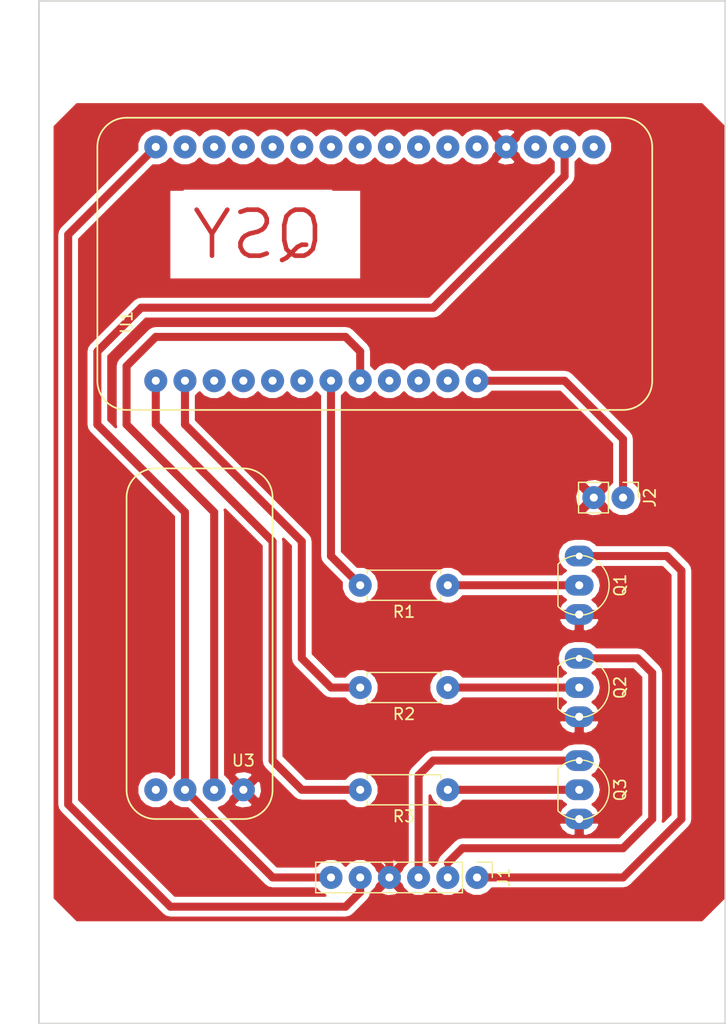
<source format=kicad_pcb>
(kicad_pcb (version 4) (host pcbnew 4.0.2+dfsg1-stable)

  (general
    (links 0)
    (no_connects 0)
    (area 50.945 45.644999 115.645001 134.695001)
    (thickness 1.6)
    (drawings 5)
    (tracks 60)
    (zones 0)
    (modules 10)
    (nets 36)
  )

  (page A4)
  (layers
    (0 F.Cu signal)
    (31 B.Cu signal)
    (32 B.Adhes user)
    (33 F.Adhes user)
    (34 B.Paste user)
    (35 F.Paste user)
    (36 B.SilkS user)
    (37 F.SilkS user)
    (38 B.Mask user)
    (39 F.Mask user)
    (40 Dwgs.User user)
    (41 Cmts.User user)
    (42 Eco1.User user)
    (43 Eco2.User user)
    (44 Edge.Cuts user)
    (45 Margin user)
    (46 B.CrtYd user)
    (47 F.CrtYd user)
    (48 B.Fab user)
    (49 F.Fab user)
  )

  (setup
    (last_trace_width 0.7)
    (trace_clearance 0.2)
    (zone_clearance 0.508)
    (zone_45_only yes)
    (trace_min 0.4)
    (segment_width 0.2)
    (edge_width 0.15)
    (via_size 0.6)
    (via_drill 0.4)
    (via_min_size 0.4)
    (via_min_drill 0.3)
    (uvia_size 0.3)
    (uvia_drill 0.1)
    (uvias_allowed no)
    (uvia_min_size 0.2)
    (uvia_min_drill 0.1)
    (pcb_text_width 0.3)
    (pcb_text_size 1.5 1.5)
    (mod_edge_width 0.15)
    (mod_text_size 1 1)
    (mod_text_width 0.15)
    (pad_size 6 6)
    (pad_drill 2.49936)
    (pad_to_mask_clearance 0.2)
    (aux_axis_origin 85.09 88.9)
    (visible_elements 7FFFEFFF)
    (pcbplotparams
      (layerselection 0x00030_80000001)
      (usegerberextensions false)
      (excludeedgelayer false)
      (linewidth 0.100000)
      (plotframeref false)
      (viasonmask false)
      (mode 1)
      (useauxorigin false)
      (hpglpennumber 1)
      (hpglpenspeed 20)
      (hpglpendiameter 15)
      (hpglpenoverlay 2)
      (psnegative false)
      (psa4output false)
      (plotreference true)
      (plotvalue true)
      (plotinvisibletext false)
      (padsonsilk false)
      (subtractmaskfromsilk false)
      (outputformat 4)
      (mirror false)
      (drillshape 2)
      (scaleselection 1)
      (outputdirectory ""))
  )

  (net 0 "")
  (net 1 "Net-(J1-Pad1)")
  (net 2 "Net-(J1-Pad2)")
  (net 3 "Net-(J1-Pad3)")
  (net 4 GND)
  (net 5 /SW)
  (net 6 +3V3)
  (net 7 "Net-(J2-Pad1)")
  (net 8 "Net-(Q1-Pad1)")
  (net 9 "Net-(Q2-Pad1)")
  (net 10 "Net-(Q3-Pad1)")
  (net 11 "Net-(R1-Pad2)")
  (net 12 "Net-(R2-Pad2)")
  (net 13 "Net-(R3-Pad2)")
  (net 14 "Net-(U1-Pad1)")
  (net 15 "Net-(U1-Pad3)")
  (net 16 "Net-(U1-Pad5)")
  (net 17 "Net-(U1-Pad6)")
  (net 18 "Net-(U1-Pad7)")
  (net 19 "Net-(U1-Pad8)")
  (net 20 "Net-(U1-Pad9)")
  (net 21 "Net-(U1-Pad10)")
  (net 22 "Net-(U1-Pad11)")
  (net 23 "Net-(U1-Pad12)")
  (net 24 "Net-(U1-Pad13)")
  (net 25 "Net-(U1-Pad14)")
  (net 26 "Net-(U1-Pad15)")
  (net 27 "Net-(U1-Pad18)")
  (net 28 "Net-(U1-Pad19)")
  (net 29 "Net-(U1-Pad20)")
  (net 30 /SEN)
  (net 31 "Net-(U1-Pad23)")
  (net 32 "Net-(U1-Pad24)")
  (net 33 "Net-(U1-Pad25)")
  (net 34 "Net-(U3-Pad4)")
  (net 35 "Net-(U1-Pad26)")

  (net_class Default "This is the default net class."
    (clearance 0.2)
    (trace_width 0.7)
    (via_dia 0.6)
    (via_drill 0.4)
    (uvia_dia 0.3)
    (uvia_drill 0.1)
    (add_net +3V3)
    (add_net /SEN)
    (add_net /SW)
    (add_net GND)
    (add_net "Net-(J1-Pad1)")
    (add_net "Net-(J1-Pad2)")
    (add_net "Net-(J1-Pad3)")
    (add_net "Net-(J2-Pad1)")
    (add_net "Net-(Q1-Pad1)")
    (add_net "Net-(Q2-Pad1)")
    (add_net "Net-(Q3-Pad1)")
    (add_net "Net-(R1-Pad2)")
    (add_net "Net-(R2-Pad2)")
    (add_net "Net-(R3-Pad2)")
    (add_net "Net-(U1-Pad1)")
    (add_net "Net-(U1-Pad10)")
    (add_net "Net-(U1-Pad11)")
    (add_net "Net-(U1-Pad12)")
    (add_net "Net-(U1-Pad13)")
    (add_net "Net-(U1-Pad14)")
    (add_net "Net-(U1-Pad15)")
    (add_net "Net-(U1-Pad18)")
    (add_net "Net-(U1-Pad19)")
    (add_net "Net-(U1-Pad20)")
    (add_net "Net-(U1-Pad23)")
    (add_net "Net-(U1-Pad24)")
    (add_net "Net-(U1-Pad25)")
    (add_net "Net-(U1-Pad26)")
    (add_net "Net-(U1-Pad3)")
    (add_net "Net-(U1-Pad5)")
    (add_net "Net-(U1-Pad6)")
    (add_net "Net-(U1-Pad7)")
    (add_net "Net-(U1-Pad8)")
    (add_net "Net-(U1-Pad9)")
    (add_net "Net-(U3-Pad4)")
  )

  (module .pretty:Huzzah_Feather_ESP8266 (layer F.Cu) (tedit 59DFD2D3) (tstamp 59DE4AC8)
    (at 105.41 71.12 270)
    (path /59DD7C11)
    (fp_text reference U1 (at 2.54 43.18 270) (layer F.SilkS)
      (effects (font (size 1 1) (thickness 0.15)))
    )
    (fp_text value Huzzah-Feather (at -2.54 0 270) (layer F.Fab)
      (effects (font (size 1 1) (thickness 0.15)))
    )
    (fp_line (start -12.7 -2.54) (end 7.62 -2.54) (layer F.SilkS) (width 0.15))
    (fp_line (start -15.24 43.18) (end -15.24 0) (layer F.SilkS) (width 0.15))
    (fp_line (start 7.62 45.72) (end -12.7 45.72) (layer F.SilkS) (width 0.15))
    (fp_line (start 10.16 0) (end 10.16 43.18) (layer F.SilkS) (width 0.15))
    (fp_arc (start 7.62 43.18) (end 10.16 43.18) (angle 90) (layer F.SilkS) (width 0.15))
    (fp_arc (start -12.7 43.18) (end -12.7 45.72) (angle 90) (layer F.SilkS) (width 0.15))
    (fp_arc (start 7.62 0) (end 7.62 -2.54) (angle 90) (layer F.SilkS) (width 0.15))
    (fp_arc (start -12.7 0) (end -15.24 0) (angle 90) (layer F.SilkS) (width 0.15))
    (pad 1 thru_hole circle (at -12.7 2.54 270) (size 2 2) (drill 0.7) (layers *.Cu *.Mask)
      (net 14 "Net-(U1-Pad1)"))
    (pad 2 thru_hole circle (at -12.7 5.08 270) (size 2 2) (drill 0.7) (layers *.Cu *.Mask)
      (net 6 +3V3))
    (pad 3 thru_hole circle (at -12.7 7.62 270) (size 2 2) (drill 0.7) (layers *.Cu *.Mask)
      (net 15 "Net-(U1-Pad3)"))
    (pad 4 thru_hole circle (at -12.7 10.16 270) (size 2 2) (drill 0.7) (layers *.Cu *.Mask)
      (net 4 GND))
    (pad 5 thru_hole circle (at -12.7 12.7 270) (size 2 2) (drill 0.762) (layers *.Cu *.Mask)
      (net 16 "Net-(U1-Pad5)"))
    (pad 6 thru_hole circle (at -12.7 15.24 270) (size 2 2) (drill 0.7) (layers *.Cu *.Mask)
      (net 17 "Net-(U1-Pad6)"))
    (pad 7 thru_hole circle (at -12.7 17.78 270) (size 2 2) (drill 0.7) (layers *.Cu *.Mask)
      (net 18 "Net-(U1-Pad7)"))
    (pad 8 thru_hole circle (at -12.7 20.32 270) (size 2 2) (drill 0.7) (layers *.Cu *.Mask)
      (net 19 "Net-(U1-Pad8)"))
    (pad 9 thru_hole circle (at -12.7 22.86 270) (size 2 2) (drill 0.7) (layers *.Cu *.Mask)
      (net 20 "Net-(U1-Pad9)"))
    (pad 10 thru_hole circle (at -12.7 25.4 270) (size 2 2) (drill 0.7) (layers *.Cu *.Mask)
      (net 21 "Net-(U1-Pad10)"))
    (pad 11 thru_hole circle (at -12.7 27.94 270) (size 2 2) (drill 0.762) (layers *.Cu *.Mask)
      (net 22 "Net-(U1-Pad11)"))
    (pad 12 thru_hole circle (at -12.7 30.48 270) (size 2 2) (drill 0.7) (layers *.Cu *.Mask)
      (net 23 "Net-(U1-Pad12)"))
    (pad 13 thru_hole circle (at -12.7 33.02 270) (size 2 2) (drill 0.7) (layers *.Cu *.Mask)
      (net 24 "Net-(U1-Pad13)"))
    (pad 14 thru_hole circle (at -12.7 35.56 270) (size 2 2) (drill 0.7) (layers *.Cu *.Mask)
      (net 25 "Net-(U1-Pad14)"))
    (pad 15 thru_hole circle (at -12.7 38.1 270) (size 2 2) (drill 0.7) (layers *.Cu *.Mask)
      (net 26 "Net-(U1-Pad15)"))
    (pad 16 thru_hole circle (at -12.7 40.64 270) (size 2 2) (drill 0.7) (layers *.Cu *.Mask)
      (net 5 /SW))
    (pad 17 thru_hole circle (at 7.62 12.7 270) (size 2 2) (drill 0.7) (layers *.Cu *.Mask)
      (net 7 "Net-(J2-Pad1)"))
    (pad 18 thru_hole circle (at 7.62 15.24 270) (size 2 2) (drill 0.7) (layers *.Cu *.Mask)
      (net 27 "Net-(U1-Pad18)"))
    (pad 19 thru_hole circle (at 7.62 17.78 270) (size 2 2) (drill 0.7) (layers *.Cu *.Mask)
      (net 28 "Net-(U1-Pad19)"))
    (pad 20 thru_hole circle (at 7.62 20.32 270) (size 2 2) (drill 0.7) (layers *.Cu *.Mask)
      (net 29 "Net-(U1-Pad20)"))
    (pad 21 thru_hole circle (at 7.62 22.86 270) (size 2 2) (drill 0.7) (layers *.Cu *.Mask)
      (net 30 /SEN))
    (pad 22 thru_hole circle (at 7.62 25.4 270) (size 2 2) (drill 0.7) (layers *.Cu *.Mask)
      (net 11 "Net-(R1-Pad2)"))
    (pad 23 thru_hole circle (at 7.62 27.94 270) (size 2 2) (drill 0.7) (layers *.Cu *.Mask)
      (net 31 "Net-(U1-Pad23)"))
    (pad 24 thru_hole circle (at 7.62 30.48 270) (size 2 2) (drill 0.7) (layers *.Cu *.Mask)
      (net 32 "Net-(U1-Pad24)"))
    (pad 25 thru_hole circle (at 7.62 33.02 270) (size 2 2) (drill 0.7) (layers *.Cu *.Mask)
      (net 33 "Net-(U1-Pad25)"))
    (pad 26 thru_hole circle (at 7.62 35.56 270) (size 2 2) (drill 0.7) (layers *.Cu *.Mask)
      (net 35 "Net-(U1-Pad26)"))
    (pad 27 thru_hole circle (at 7.62 38.1 270) (size 2 2) (drill 0.7) (layers *.Cu *.Mask)
      (net 12 "Net-(R2-Pad2)"))
    (pad 28 thru_hole circle (at 7.62 40.64 270) (size 2 2) (drill 0.7) (layers *.Cu *.Mask)
      (net 13 "Net-(R3-Pad2)"))
  )

  (module Resistors_THT:R_Axial_DIN0207_L6.3mm_D2.5mm_P7.62mm_Horizontal (layer F.Cu) (tedit 59DFCF75) (tstamp 59DE4AA2)
    (at 90.17 105.41 180)
    (descr "Resistor, Axial_DIN0207 series, Axial, Horizontal, pin pitch=7.62mm, 0.25W = 1/4W, length*diameter=6.3*2.5mm^2, http://cdn-reichelt.de/documents/datenblatt/B400/1_4W%23YAG.pdf")
    (tags "Resistor Axial_DIN0207 series Axial Horizontal pin pitch 7.62mm 0.25W = 1/4W length 6.3mm diameter 2.5mm")
    (path /59DE208B)
    (fp_text reference R2 (at 3.81 -2.31 180) (layer F.SilkS)
      (effects (font (size 1 1) (thickness 0.15)))
    )
    (fp_text value 33K (at 2.54 0 180) (layer F.Fab)
      (effects (font (size 1 1) (thickness 0.15)))
    )
    (fp_line (start 0.66 -1.25) (end 0.66 1.25) (layer F.Fab) (width 0.1))
    (fp_line (start 0.66 1.25) (end 6.96 1.25) (layer F.Fab) (width 0.1))
    (fp_line (start 6.96 1.25) (end 6.96 -1.25) (layer F.Fab) (width 0.1))
    (fp_line (start 6.96 -1.25) (end 0.66 -1.25) (layer F.Fab) (width 0.1))
    (fp_line (start 0 0) (end 0.66 0) (layer F.Fab) (width 0.1))
    (fp_line (start 7.62 0) (end 6.96 0) (layer F.Fab) (width 0.1))
    (fp_line (start 0.6 -0.98) (end 0.6 -1.31) (layer F.SilkS) (width 0.12))
    (fp_line (start 0.6 -1.31) (end 7.02 -1.31) (layer F.SilkS) (width 0.12))
    (fp_line (start 7.02 -1.31) (end 7.02 -0.98) (layer F.SilkS) (width 0.12))
    (fp_line (start 0.6 0.98) (end 0.6 1.31) (layer F.SilkS) (width 0.12))
    (fp_line (start 0.6 1.31) (end 7.02 1.31) (layer F.SilkS) (width 0.12))
    (fp_line (start 7.02 1.31) (end 7.02 0.98) (layer F.SilkS) (width 0.12))
    (fp_line (start -1.05 -1.6) (end -1.05 1.6) (layer F.CrtYd) (width 0.05))
    (fp_line (start -1.05 1.6) (end 8.7 1.6) (layer F.CrtYd) (width 0.05))
    (fp_line (start 8.7 1.6) (end 8.7 -1.6) (layer F.CrtYd) (width 0.05))
    (fp_line (start 8.7 -1.6) (end -1.05 -1.6) (layer F.CrtYd) (width 0.05))
    (pad 1 thru_hole circle (at 0 0 180) (size 2 2) (drill 0.7) (layers *.Cu *.Mask)
      (net 9 "Net-(Q2-Pad1)"))
    (pad 2 thru_hole circle (at 7.62 0 180) (size 2 2) (drill 0.7) (layers *.Cu *.Mask)
      (net 12 "Net-(R2-Pad2)"))
    (model ${KISYS3DMOD}/Resistors_THT.3dshapes/R_Axial_DIN0207_L6.3mm_D2.5mm_P7.62mm_Horizontal.wrl
      (at (xyz 0 0 0))
      (scale (xyz 0.393701 0.393701 0.393701))
      (rotate (xyz 0 0 0))
    )
  )

  (module Pin_Headers:Pin_Header_Straight_1x06_Pitch2.54mm (layer F.Cu) (tedit 59DFD1AB) (tstamp 59DE4A7B)
    (at 92.71 121.92 270)
    (descr "Through hole straight pin header, 1x06, 2.54mm pitch, single row")
    (tags "Through hole pin header THT 1x06 2.54mm single row")
    (path /59DE5F48)
    (fp_text reference J1 (at 0 -2.33 270) (layer F.SilkS)
      (effects (font (size 1 1) (thickness 0.15)))
    )
    (fp_text value CONN_01X06 (at 2.54 40.64 270) (layer F.Fab)
      (effects (font (size 1 1) (thickness 0.15)))
    )
    (fp_line (start -0.635 -1.27) (end 1.27 -1.27) (layer F.Fab) (width 0.1))
    (fp_line (start 1.27 -1.27) (end 1.27 13.97) (layer F.Fab) (width 0.1))
    (fp_line (start 1.27 13.97) (end -1.27 13.97) (layer F.Fab) (width 0.1))
    (fp_line (start -1.27 13.97) (end -1.27 -0.635) (layer F.Fab) (width 0.1))
    (fp_line (start -1.27 -0.635) (end -0.635 -1.27) (layer F.Fab) (width 0.1))
    (fp_line (start -1.33 14.03) (end 1.33 14.03) (layer F.SilkS) (width 0.12))
    (fp_line (start -1.33 1.27) (end -1.33 14.03) (layer F.SilkS) (width 0.12))
    (fp_line (start 1.33 1.27) (end 1.33 14.03) (layer F.SilkS) (width 0.12))
    (fp_line (start -1.33 1.27) (end 1.33 1.27) (layer F.SilkS) (width 0.12))
    (fp_line (start -1.33 0) (end -1.33 -1.33) (layer F.SilkS) (width 0.12))
    (fp_line (start -1.33 -1.33) (end 0 -1.33) (layer F.SilkS) (width 0.12))
    (fp_line (start -1.8 -1.8) (end -1.8 14.5) (layer F.CrtYd) (width 0.05))
    (fp_line (start -1.8 14.5) (end 1.8 14.5) (layer F.CrtYd) (width 0.05))
    (fp_line (start 1.8 14.5) (end 1.8 -1.8) (layer F.CrtYd) (width 0.05))
    (fp_line (start 1.8 -1.8) (end -1.8 -1.8) (layer F.CrtYd) (width 0.05))
    (fp_text user %R (at 0 6.35 360) (layer F.Fab)
      (effects (font (size 1 1) (thickness 0.15)))
    )
    (pad 1 thru_hole circle (at 0 0 270) (size 2 2) (drill 0.7) (layers *.Cu *.Mask)
      (net 1 "Net-(J1-Pad1)"))
    (pad 2 thru_hole circle (at 0 2.54 270) (size 2 2) (drill 0.7) (layers *.Cu *.Mask)
      (net 2 "Net-(J1-Pad2)"))
    (pad 3 thru_hole circle (at 0 5.08 270) (size 2 2) (drill 0.7) (layers *.Cu *.Mask)
      (net 3 "Net-(J1-Pad3)"))
    (pad 4 thru_hole circle (at 0 7.62 270) (size 2 2) (drill 0.7) (layers *.Cu *.Mask)
      (net 4 GND))
    (pad 5 thru_hole circle (at 0 10.16 270) (size 2 2) (drill 0.7) (layers *.Cu *.Mask)
      (net 5 /SW))
    (pad 6 thru_hole circle (at 0 12.7 270) (size 2 2) (drill 0.7) (layers *.Cu *.Mask)
      (net 6 +3V3))
    (model ${KISYS3DMOD}/Pin_Headers.3dshapes/Pin_Header_Straight_1x06_Pitch2.54mm.wrl
      (at (xyz 0 0 0))
      (scale (xyz 1 1 1))
      (rotate (xyz 0 0 0))
    )
  )

  (module Pin_Headers:Pin_Header_Straight_1x02_Pitch2.54mm (layer F.Cu) (tedit 59DFCFC9) (tstamp 59DE4A81)
    (at 105.41 88.9 270)
    (descr "Through hole straight pin header, 1x02, 2.54mm pitch, single row")
    (tags "Through hole pin header THT 1x02 2.54mm single row")
    (path /59DE74A7)
    (fp_text reference J2 (at 0 -2.33 270) (layer F.SilkS)
      (effects (font (size 1 1) (thickness 0.15)))
    )
    (fp_text value CONN_01X02 (at 0 -5.08 270) (layer F.Fab)
      (effects (font (size 1 1) (thickness 0.15)))
    )
    (fp_line (start -0.635 -1.27) (end 1.27 -1.27) (layer F.Fab) (width 0.1))
    (fp_line (start 1.27 -1.27) (end 1.27 3.81) (layer F.Fab) (width 0.1))
    (fp_line (start 1.27 3.81) (end -1.27 3.81) (layer F.Fab) (width 0.1))
    (fp_line (start -1.27 3.81) (end -1.27 -0.635) (layer F.Fab) (width 0.1))
    (fp_line (start -1.27 -0.635) (end -0.635 -1.27) (layer F.Fab) (width 0.1))
    (fp_line (start -1.33 3.87) (end 1.33 3.87) (layer F.SilkS) (width 0.12))
    (fp_line (start -1.33 1.27) (end -1.33 3.87) (layer F.SilkS) (width 0.12))
    (fp_line (start 1.33 1.27) (end 1.33 3.87) (layer F.SilkS) (width 0.12))
    (fp_line (start -1.33 1.27) (end 1.33 1.27) (layer F.SilkS) (width 0.12))
    (fp_line (start -1.33 0) (end -1.33 -1.33) (layer F.SilkS) (width 0.12))
    (fp_line (start -1.33 -1.33) (end 0 -1.33) (layer F.SilkS) (width 0.12))
    (fp_line (start -1.8 -1.8) (end -1.8 4.35) (layer F.CrtYd) (width 0.05))
    (fp_line (start -1.8 4.35) (end 1.8 4.35) (layer F.CrtYd) (width 0.05))
    (fp_line (start 1.8 4.35) (end 1.8 -1.8) (layer F.CrtYd) (width 0.05))
    (fp_line (start 1.8 -1.8) (end -1.8 -1.8) (layer F.CrtYd) (width 0.05))
    (fp_text user %R (at 0 1.27 360) (layer F.Fab)
      (effects (font (size 1 1) (thickness 0.15)))
    )
    (pad 1 thru_hole circle (at 0 0 270) (size 2 2) (drill 0.7) (layers *.Cu *.Mask)
      (net 7 "Net-(J2-Pad1)"))
    (pad 2 thru_hole circle (at 0 2.54 270) (size 2 2) (drill 0.7) (layers *.Cu *.Mask)
      (net 4 GND))
    (model ${KISYS3DMOD}/Pin_Headers.3dshapes/Pin_Header_Straight_1x02_Pitch2.54mm.wrl
      (at (xyz 0 0 0))
      (scale (xyz 1 1 1))
      (rotate (xyz 0 0 0))
    )
  )

  (module Resistors_THT:R_Axial_DIN0207_L6.3mm_D2.5mm_P7.62mm_Horizontal (layer F.Cu) (tedit 59DFD079) (tstamp 59DE4A9C)
    (at 90.17 96.52 180)
    (descr "Resistor, Axial_DIN0207 series, Axial, Horizontal, pin pitch=7.62mm, 0.25W = 1/4W, length*diameter=6.3*2.5mm^2, http://cdn-reichelt.de/documents/datenblatt/B400/1_4W%23YAG.pdf")
    (tags "Resistor Axial_DIN0207 series Axial Horizontal pin pitch 7.62mm 0.25W = 1/4W length 6.3mm diameter 2.5mm")
    (path /59DE1F2B)
    (fp_text reference R1 (at 3.81 -2.31 180) (layer F.SilkS)
      (effects (font (size 1 1) (thickness 0.15)))
    )
    (fp_text value 33K (at 2.54 0 180) (layer F.Fab)
      (effects (font (size 1 1) (thickness 0.15)))
    )
    (fp_line (start 0.66 -1.25) (end 0.66 1.25) (layer F.Fab) (width 0.1))
    (fp_line (start 0.66 1.25) (end 6.96 1.25) (layer F.Fab) (width 0.1))
    (fp_line (start 6.96 1.25) (end 6.96 -1.25) (layer F.Fab) (width 0.1))
    (fp_line (start 6.96 -1.25) (end 0.66 -1.25) (layer F.Fab) (width 0.1))
    (fp_line (start 0 0) (end 0.66 0) (layer F.Fab) (width 0.1))
    (fp_line (start 7.62 0) (end 6.96 0) (layer F.Fab) (width 0.1))
    (fp_line (start 0.6 -0.98) (end 0.6 -1.31) (layer F.SilkS) (width 0.12))
    (fp_line (start 0.6 -1.31) (end 7.02 -1.31) (layer F.SilkS) (width 0.12))
    (fp_line (start 7.02 -1.31) (end 7.02 -0.98) (layer F.SilkS) (width 0.12))
    (fp_line (start 0.6 0.98) (end 0.6 1.31) (layer F.SilkS) (width 0.12))
    (fp_line (start 0.6 1.31) (end 7.02 1.31) (layer F.SilkS) (width 0.12))
    (fp_line (start 7.02 1.31) (end 7.02 0.98) (layer F.SilkS) (width 0.12))
    (fp_line (start -1.05 -1.6) (end -1.05 1.6) (layer F.CrtYd) (width 0.05))
    (fp_line (start -1.05 1.6) (end 8.7 1.6) (layer F.CrtYd) (width 0.05))
    (fp_line (start 8.7 1.6) (end 8.7 -1.6) (layer F.CrtYd) (width 0.05))
    (fp_line (start 8.7 -1.6) (end -1.05 -1.6) (layer F.CrtYd) (width 0.05))
    (pad 1 thru_hole circle (at 0 0 180) (size 2 2) (drill 0.7) (layers *.Cu *.Mask)
      (net 8 "Net-(Q1-Pad1)"))
    (pad 2 thru_hole circle (at 7.62 0 180) (size 2 2) (drill 0.7) (layers *.Cu *.Mask)
      (net 11 "Net-(R1-Pad2)"))
    (model ${KISYS3DMOD}/Resistors_THT.3dshapes/R_Axial_DIN0207_L6.3mm_D2.5mm_P7.62mm_Horizontal.wrl
      (at (xyz 0 0 0))
      (scale (xyz 0.393701 0.393701 0.393701))
      (rotate (xyz 0 0 0))
    )
  )

  (module Resistors_THT:R_Axial_DIN0207_L6.3mm_D2.5mm_P7.62mm_Horizontal (layer F.Cu) (tedit 59DFCFA2) (tstamp 59DE4AA8)
    (at 90.17 114.3 180)
    (descr "Resistor, Axial_DIN0207 series, Axial, Horizontal, pin pitch=7.62mm, 0.25W = 1/4W, length*diameter=6.3*2.5mm^2, http://cdn-reichelt.de/documents/datenblatt/B400/1_4W%23YAG.pdf")
    (tags "Resistor Axial_DIN0207 series Axial Horizontal pin pitch 7.62mm 0.25W = 1/4W length 6.3mm diameter 2.5mm")
    (path /59DE1FD4)
    (fp_text reference R3 (at 3.81 -2.31 180) (layer F.SilkS)
      (effects (font (size 1 1) (thickness 0.15)))
    )
    (fp_text value 33K (at 2.54 0 180) (layer F.Fab)
      (effects (font (size 1 1) (thickness 0.15)))
    )
    (fp_line (start 0.66 -1.25) (end 0.66 1.25) (layer F.Fab) (width 0.1))
    (fp_line (start 0.66 1.25) (end 6.96 1.25) (layer F.Fab) (width 0.1))
    (fp_line (start 6.96 1.25) (end 6.96 -1.25) (layer F.Fab) (width 0.1))
    (fp_line (start 6.96 -1.25) (end 0.66 -1.25) (layer F.Fab) (width 0.1))
    (fp_line (start 0 0) (end 0.66 0) (layer F.Fab) (width 0.1))
    (fp_line (start 7.62 0) (end 6.96 0) (layer F.Fab) (width 0.1))
    (fp_line (start 0.6 -0.98) (end 0.6 -1.31) (layer F.SilkS) (width 0.12))
    (fp_line (start 0.6 -1.31) (end 7.02 -1.31) (layer F.SilkS) (width 0.12))
    (fp_line (start 7.02 -1.31) (end 7.02 -0.98) (layer F.SilkS) (width 0.12))
    (fp_line (start 0.6 0.98) (end 0.6 1.31) (layer F.SilkS) (width 0.12))
    (fp_line (start 0.6 1.31) (end 7.02 1.31) (layer F.SilkS) (width 0.12))
    (fp_line (start 7.02 1.31) (end 7.02 0.98) (layer F.SilkS) (width 0.12))
    (fp_line (start -1.05 -1.6) (end -1.05 1.6) (layer F.CrtYd) (width 0.05))
    (fp_line (start -1.05 1.6) (end 8.7 1.6) (layer F.CrtYd) (width 0.05))
    (fp_line (start 8.7 1.6) (end 8.7 -1.6) (layer F.CrtYd) (width 0.05))
    (fp_line (start 8.7 -1.6) (end -1.05 -1.6) (layer F.CrtYd) (width 0.05))
    (pad 1 thru_hole circle (at 0 0 180) (size 2 2) (drill 0.7) (layers *.Cu *.Mask)
      (net 10 "Net-(Q3-Pad1)"))
    (pad 2 thru_hole circle (at 7.62 0 180) (size 2 2) (drill 0.7) (layers *.Cu *.Mask)
      (net 13 "Net-(R3-Pad2)"))
    (model ${KISYS3DMOD}/Resistors_THT.3dshapes/R_Axial_DIN0207_L6.3mm_D2.5mm_P7.62mm_Horizontal.wrl
      (at (xyz 0 0 0))
      (scale (xyz 0.393701 0.393701 0.393701))
      (rotate (xyz 0 0 0))
    )
  )

  (module .pretty:TO-92_NPN (layer F.Cu) (tedit 59DFCB08) (tstamp 59DE4A88)
    (at 101.6 95.25 270)
    (descr "TO-92 leads in-line, narrow, oval pads, drill 0.6mm (see NXP sot054_po.pdf)")
    (tags "to-92 sc-43 sc-43a sot54 PA33 transistor")
    (path /59DD7D1D)
    (fp_text reference Q1 (at 1.27 -3.56 270) (layer F.SilkS)
      (effects (font (size 1 1) (thickness 0.15)))
    )
    (fp_text value Q_NPN_BCE (at 10.16 0 270) (layer F.Fab)
      (effects (font (size 1 1) (thickness 0.15)))
    )
    (fp_text user %R (at -2.54 -2.54 270) (layer F.Fab)
      (effects (font (size 1 1) (thickness 0.15)))
    )
    (fp_line (start -0.53 1.85) (end 3.07 1.85) (layer F.SilkS) (width 0.12))
    (fp_line (start -0.5 1.75) (end 3 1.75) (layer F.Fab) (width 0.1))
    (fp_line (start -1.46 -2.73) (end 4 -2.73) (layer F.CrtYd) (width 0.05))
    (fp_line (start -1.46 -2.73) (end -1.46 2.01) (layer F.CrtYd) (width 0.05))
    (fp_line (start 4 2.01) (end 4 -2.73) (layer F.CrtYd) (width 0.05))
    (fp_line (start 4 2.01) (end -1.46 2.01) (layer F.CrtYd) (width 0.05))
    (fp_arc (start 1.27 0) (end 1.27 -2.48) (angle 135) (layer F.Fab) (width 0.1))
    (fp_arc (start 1.27 0) (end 1.27 -2.6) (angle -135) (layer F.SilkS) (width 0.12))
    (fp_arc (start 1.27 0) (end 1.27 -2.48) (angle -135) (layer F.Fab) (width 0.1))
    (fp_arc (start 1.27 0) (end 1.27 -2.6) (angle 135) (layer F.SilkS) (width 0.12))
    (pad 2 thru_hole oval (at -1.27 0 90) (size 1.8 2.5) (drill 0.6) (layers *.Cu *.Mask)
      (net 1 "Net-(J1-Pad1)"))
    (pad 3 thru_hole oval (at 3.81 0 90) (size 1.8 2.5) (drill 0.7) (layers *.Cu *.Mask)
      (net 4 GND))
    (pad 1 thru_hole oval (at 1.27 0 90) (size 1.8 2.5) (drill 0.7) (layers *.Cu *.Mask)
      (net 8 "Net-(Q1-Pad1)"))
    (model ${KISYS3DMOD}/TO_SOT_Packages_THT.3dshapes/TO-92_Inline_Narrow_Oval.wrl
      (at (xyz 0.05 0 0))
      (scale (xyz 1 1 1))
      (rotate (xyz 0 0 -90))
    )
  )

  (module .pretty:TO-92_NPN (layer F.Cu) (tedit 59DFCB08) (tstamp 59DE4A8F)
    (at 101.6 104.14 270)
    (descr "TO-92 leads in-line, narrow, oval pads, drill 0.6mm (see NXP sot054_po.pdf)")
    (tags "to-92 sc-43 sc-43a sot54 PA33 transistor")
    (path /59DD7DAC)
    (fp_text reference Q2 (at 1.27 -3.56 270) (layer F.SilkS)
      (effects (font (size 1 1) (thickness 0.15)))
    )
    (fp_text value Q_NPN_BCE (at 10.16 0 270) (layer F.Fab)
      (effects (font (size 1 1) (thickness 0.15)))
    )
    (fp_text user %R (at -2.54 -2.54 270) (layer F.Fab)
      (effects (font (size 1 1) (thickness 0.15)))
    )
    (fp_line (start -0.53 1.85) (end 3.07 1.85) (layer F.SilkS) (width 0.12))
    (fp_line (start -0.5 1.75) (end 3 1.75) (layer F.Fab) (width 0.1))
    (fp_line (start -1.46 -2.73) (end 4 -2.73) (layer F.CrtYd) (width 0.05))
    (fp_line (start -1.46 -2.73) (end -1.46 2.01) (layer F.CrtYd) (width 0.05))
    (fp_line (start 4 2.01) (end 4 -2.73) (layer F.CrtYd) (width 0.05))
    (fp_line (start 4 2.01) (end -1.46 2.01) (layer F.CrtYd) (width 0.05))
    (fp_arc (start 1.27 0) (end 1.27 -2.48) (angle 135) (layer F.Fab) (width 0.1))
    (fp_arc (start 1.27 0) (end 1.27 -2.6) (angle -135) (layer F.SilkS) (width 0.12))
    (fp_arc (start 1.27 0) (end 1.27 -2.48) (angle -135) (layer F.Fab) (width 0.1))
    (fp_arc (start 1.27 0) (end 1.27 -2.6) (angle 135) (layer F.SilkS) (width 0.12))
    (pad 2 thru_hole oval (at -1.27 0 90) (size 1.8 2.5) (drill 0.6) (layers *.Cu *.Mask)
      (net 2 "Net-(J1-Pad2)"))
    (pad 3 thru_hole oval (at 3.81 0 90) (size 1.8 2.5) (drill 0.7) (layers *.Cu *.Mask)
      (net 4 GND))
    (pad 1 thru_hole oval (at 1.27 0 90) (size 1.8 2.5) (drill 0.7) (layers *.Cu *.Mask)
      (net 9 "Net-(Q2-Pad1)"))
    (model ${KISYS3DMOD}/TO_SOT_Packages_THT.3dshapes/TO-92_Inline_Narrow_Oval.wrl
      (at (xyz 0.05 0 0))
      (scale (xyz 1 1 1))
      (rotate (xyz 0 0 -90))
    )
  )

  (module .pretty:TO-92_NPN (layer F.Cu) (tedit 59DFCB08) (tstamp 59DE4A96)
    (at 101.6 113.03 270)
    (descr "TO-92 leads in-line, narrow, oval pads, drill 0.6mm (see NXP sot054_po.pdf)")
    (tags "to-92 sc-43 sc-43a sot54 PA33 transistor")
    (path /59DD7DF3)
    (fp_text reference Q3 (at 1.27 -3.56 270) (layer F.SilkS)
      (effects (font (size 1 1) (thickness 0.15)))
    )
    (fp_text value Q_NPN_BCE (at 10.16 0 270) (layer F.Fab)
      (effects (font (size 1 1) (thickness 0.15)))
    )
    (fp_text user %R (at -2.54 -2.54 270) (layer F.Fab)
      (effects (font (size 1 1) (thickness 0.15)))
    )
    (fp_line (start -0.53 1.85) (end 3.07 1.85) (layer F.SilkS) (width 0.12))
    (fp_line (start -0.5 1.75) (end 3 1.75) (layer F.Fab) (width 0.1))
    (fp_line (start -1.46 -2.73) (end 4 -2.73) (layer F.CrtYd) (width 0.05))
    (fp_line (start -1.46 -2.73) (end -1.46 2.01) (layer F.CrtYd) (width 0.05))
    (fp_line (start 4 2.01) (end 4 -2.73) (layer F.CrtYd) (width 0.05))
    (fp_line (start 4 2.01) (end -1.46 2.01) (layer F.CrtYd) (width 0.05))
    (fp_arc (start 1.27 0) (end 1.27 -2.48) (angle 135) (layer F.Fab) (width 0.1))
    (fp_arc (start 1.27 0) (end 1.27 -2.6) (angle -135) (layer F.SilkS) (width 0.12))
    (fp_arc (start 1.27 0) (end 1.27 -2.48) (angle -135) (layer F.Fab) (width 0.1))
    (fp_arc (start 1.27 0) (end 1.27 -2.6) (angle 135) (layer F.SilkS) (width 0.12))
    (pad 2 thru_hole oval (at -1.27 0 90) (size 1.8 2.5) (drill 0.6) (layers *.Cu *.Mask)
      (net 3 "Net-(J1-Pad3)"))
    (pad 3 thru_hole oval (at 3.81 0 90) (size 1.8 2.5) (drill 0.7) (layers *.Cu *.Mask)
      (net 4 GND))
    (pad 1 thru_hole oval (at 1.27 0 90) (size 1.8 2.5) (drill 0.7) (layers *.Cu *.Mask)
      (net 10 "Net-(Q3-Pad1)"))
    (model ${KISYS3DMOD}/TO_SOT_Packages_THT.3dshapes/TO-92_Inline_Narrow_Oval.wrl
      (at (xyz 0.05 0 0))
      (scale (xyz 1 1 1))
      (rotate (xyz 0 0 -90))
    )
  )

  (module .pretty:KY-032 (layer F.Cu) (tedit 59DFD172) (tstamp 59DE4AD8)
    (at 67.31 104.14)
    (path /59DEB600)
    (fp_text reference U3 (at 5.08 7.62) (layer F.SilkS)
      (effects (font (size 1 1) (thickness 0.15)))
    )
    (fp_text value KY-032 (at 0 -15.24) (layer F.Fab)
      (effects (font (size 1 1) (thickness 0.15)))
    )
    (fp_line (start -2.54 12.7) (end 5.08 12.7) (layer F.SilkS) (width 0.15))
    (fp_line (start -2.54 -17.78) (end 5.08 -17.78) (layer F.SilkS) (width 0.15))
    (fp_line (start 7.62 10.16) (end 7.62 -15.24) (layer F.SilkS) (width 0.15))
    (fp_line (start -5.08 -15.24) (end -5.08 10.16) (layer F.SilkS) (width 0.15))
    (fp_arc (start 5.08 -15.24) (end 5.08 -17.78) (angle 90) (layer F.SilkS) (width 0.15))
    (fp_arc (start -2.54 -15.24) (end -5.08 -15.24) (angle 90) (layer F.SilkS) (width 0.15))
    (fp_arc (start 5.08 10.16) (end 7.62 10.16) (angle 90) (layer F.SilkS) (width 0.15))
    (fp_arc (start -2.54 10.16) (end -2.54 12.7) (angle 90) (layer F.SilkS) (width 0.15))
    (pad 1 thru_hole circle (at 5.08 10.16) (size 2 2) (drill 0.7) (layers *.Cu *.Mask)
      (net 4 GND))
    (pad 2 thru_hole circle (at 0 10.16) (size 2 2) (drill 0.7) (layers *.Cu *.Mask)
      (net 6 +3V3))
    (pad 3 thru_hole circle (at 2.54 10.16) (size 2 2) (drill 0.7) (layers *.Cu *.Mask)
      (net 30 /SEN))
    (pad 4 thru_hole circle (at -2.54 10.16) (size 2 2) (drill 0.7) (layers *.Cu *.Mask)
      (net 34 "Net-(U3-Pad4)"))
  )

  (gr_text QSY (at 73.66 66.04) (layer F.Cu)
    (effects (font (size 4 4) (thickness 0.4)) (justify mirror))
  )
  (gr_line (start 54.61 134.62) (end 54.61 45.72) (angle 90) (layer Edge.Cuts) (width 0.15))
  (gr_line (start 114.3 134.62) (end 54.61 134.62) (angle 90) (layer Edge.Cuts) (width 0.15))
  (gr_line (start 114.3 45.72) (end 114.3 134.62) (angle 90) (layer Edge.Cuts) (width 0.15))
  (gr_line (start 114.3 45.72) (end 54.61 45.72) (angle 90) (layer Edge.Cuts) (width 0.15))

  (segment (start 109.22 93.98) (end 101.6 93.98) (width 0.7) (layer F.Cu) (net 1))
  (segment (start 110.49 95.25) (end 109.22 93.98) (width 0.7) (layer F.Cu) (net 1))
  (segment (start 110.49 116.84) (end 110.49 95.25) (width 0.7) (layer F.Cu) (net 1))
  (segment (start 92.71 121.92) (end 105.41 121.92) (width 0.7) (layer F.Cu) (net 1))
  (segment (start 105.41 121.92) (end 110.49 116.84) (width 0.7) (layer F.Cu) (net 1) (tstamp 59DE59BB))
  (segment (start 107.95 104.14) (end 106.68 102.87) (width 0.7) (layer F.Cu) (net 2))
  (segment (start 106.68 102.87) (end 101.6 102.87) (width 0.7) (layer F.Cu) (net 2))
  (segment (start 107.95 116.84) (end 107.95 104.14) (width 0.7) (layer F.Cu) (net 2))
  (segment (start 90.17 120.65) (end 90.17 121.92) (width 0.5) (layer F.Cu) (net 2))
  (segment (start 91.44 119.38) (end 90.17 120.65) (width 0.7) (layer F.Cu) (net 2))
  (segment (start 105.41 119.38) (end 91.44 119.38) (width 0.7) (layer F.Cu) (net 2))
  (segment (start 107.95 116.84) (end 105.41 119.38) (width 0.7) (layer F.Cu) (net 2) (tstamp 59DE59A7))
  (segment (start 87.63 121.92) (end 87.63 113.03) (width 0.7) (layer F.Cu) (net 3))
  (segment (start 87.63 113.03) (end 88.9 111.76) (width 0.7) (layer F.Cu) (net 3))
  (segment (start 88.9 111.76) (end 101.6 111.76) (width 0.7) (layer F.Cu) (net 3))
  (segment (start 85.09 120.65) (end 85.09 121.92) (width 0.7) (layer F.Cu) (net 4))
  (segment (start 83.82 119.38) (end 85.09 120.65) (width 0.7) (layer F.Cu) (net 4))
  (segment (start 77.47 119.38) (end 83.82 119.38) (width 0.7) (layer F.Cu) (net 4))
  (segment (start 72.39 114.3) (end 77.47 119.38) (width 0.7) (layer F.Cu) (net 4))
  (segment (start 82.55 123.19) (end 82.55 121.92) (width 0.7) (layer F.Cu) (net 5))
  (segment (start 81.28 124.46) (end 82.55 123.19) (width 0.7) (layer F.Cu) (net 5))
  (segment (start 81.28 124.46) (end 66.04 124.46) (width 0.7) (layer F.Cu) (net 5))
  (segment (start 66.04 124.46) (end 57.15 115.57) (width 0.7) (layer F.Cu) (net 5))
  (segment (start 57.15 115.57) (end 57.15 66.04) (width 0.7) (layer F.Cu) (net 5))
  (segment (start 57.15 66.04) (end 64.77 58.42) (width 0.7) (layer F.Cu) (net 5))
  (segment (start 78.74 121.92) (end 80.01 121.92) (width 0.7) (layer F.Cu) (net 6))
  (segment (start 67.31 114.3) (end 74.93 121.92) (width 0.7) (layer F.Cu) (net 6))
  (segment (start 74.93 121.92) (end 78.74 121.92) (width 0.7) (layer F.Cu) (net 6))
  (segment (start 67.31 114.3) (end 67.31 90.17) (width 0.7) (layer F.Cu) (net 6))
  (segment (start 88.9 72.39) (end 100.33 60.96) (width 0.7) (layer F.Cu) (net 6))
  (segment (start 67.31 90.17) (end 59.69 82.55) (width 0.7) (layer F.Cu) (net 6))
  (segment (start 59.69 82.55) (end 59.69 76.2) (width 0.7) (layer F.Cu) (net 6))
  (segment (start 59.69 76.2) (end 63.5 72.39) (width 0.7) (layer F.Cu) (net 6))
  (segment (start 63.5 72.39) (end 88.9 72.39) (width 0.7) (layer F.Cu) (net 6))
  (segment (start 100.33 60.96) (end 100.33 58.42) (width 0.7) (layer F.Cu) (net 6))
  (segment (start 105.41 88.9) (end 105.41 83.82) (width 0.7) (layer F.Cu) (net 7))
  (segment (start 100.33 78.74) (end 92.71 78.74) (width 0.7) (layer F.Cu) (net 7) (tstamp 59DE5B94))
  (segment (start 105.41 83.82) (end 100.33 78.74) (width 0.7) (layer F.Cu) (net 7) (tstamp 59DE5B90))
  (segment (start 101.6 96.52) (end 90.17 96.52) (width 0.7) (layer F.Cu) (net 8))
  (segment (start 90.17 105.41) (end 101.6 105.41) (width 0.7) (layer F.Cu) (net 9))
  (segment (start 90.17 114.3) (end 101.6 114.3) (width 0.7) (layer F.Cu) (net 10))
  (segment (start 80.01 78.74) (end 80.01 93.98) (width 0.7) (layer F.Cu) (net 11))
  (segment (start 80.01 93.98) (end 82.55 96.52) (width 0.7) (layer F.Cu) (net 11))
  (segment (start 77.47 102.87) (end 80.01 105.41) (width 0.7) (layer F.Cu) (net 12))
  (segment (start 80.01 105.41) (end 82.55 105.41) (width 0.7) (layer F.Cu) (net 12))
  (segment (start 77.47 92.71) (end 77.47 102.87) (width 0.7) (layer F.Cu) (net 12))
  (segment (start 67.31 82.55) (end 77.47 92.71) (width 0.7) (layer F.Cu) (net 12))
  (segment (start 67.31 78.74) (end 67.31 82.55) (width 0.7) (layer F.Cu) (net 12))
  (segment (start 64.77 78.74) (end 64.77 82.55) (width 0.7) (layer F.Cu) (net 13))
  (segment (start 64.77 82.55) (end 74.93 92.71) (width 0.7) (layer F.Cu) (net 13))
  (segment (start 74.93 92.71) (end 74.93 111.76) (width 0.7) (layer F.Cu) (net 13))
  (segment (start 74.93 111.76) (end 77.47 114.3) (width 0.7) (layer F.Cu) (net 13))
  (segment (start 77.47 114.3) (end 82.55 114.3) (width 0.7) (layer F.Cu) (net 13))
  (segment (start 69.85 114.3) (end 69.85 90.17) (width 0.7) (layer F.Cu) (net 30))
  (segment (start 82.55 78.74) (end 82.55 76.2) (width 0.7) (layer F.Cu) (net 30))
  (segment (start 81.28 74.93) (end 64.77 74.93) (width 0.7) (layer F.Cu) (net 30))
  (segment (start 82.55 76.2) (end 81.28 74.93) (width 0.7) (layer F.Cu) (net 30))
  (segment (start 64.77 74.93) (end 62.23 77.47) (width 0.7) (layer F.Cu) (net 30))
  (segment (start 62.23 77.47) (end 62.23 82.55) (width 0.7) (layer F.Cu) (net 30))
  (segment (start 62.23 82.55) (end 69.85 90.17) (width 0.7) (layer F.Cu) (net 30))

  (zone (net 4) (net_name GND) (layer F.Cu) (tstamp 0) (hatch edge 0.508)
    (connect_pads (clearance 0.508))
    (min_thickness 0.254)
    (fill yes (arc_segments 16) (thermal_gap 0.508) (thermal_bridge_width 0.8) (smoothing chamfer) (radius 2))
    (polygon
      (pts
        (xy 55.88 125.73) (xy 114.3 125.73) (xy 114.3 54.61) (xy 55.88 54.61)
      )
    )
    (filled_polygon
      (pts
        (xy 114.173 56.662606) (xy 114.173 123.677394) (xy 112.247394 125.603) (xy 57.932606 125.603) (xy 56.007 123.677394)
        (xy 56.007 66.04) (xy 56.165 66.04) (xy 56.165 115.57) (xy 56.239979 115.946943) (xy 56.4535 116.2665)
        (xy 65.3435 125.1565) (xy 65.663057 125.370021) (xy 66.04 125.445) (xy 81.28 125.445) (xy 81.656943 125.370021)
        (xy 81.9765 125.1565) (xy 83.2465 123.8865) (xy 83.460021 123.566943) (xy 83.520867 123.26105) (xy 83.620149 123.161941)
        (xy 84.234139 123.161941) (xy 84.344233 123.410915) (xy 84.97155 123.582818) (xy 85.616899 123.501573) (xy 85.835767 123.410915)
        (xy 85.945861 123.161941) (xy 85.09 122.30608) (xy 84.234139 123.161941) (xy 83.620149 123.161941) (xy 83.935278 122.847363)
        (xy 84.047984 122.575936) (xy 84.70392 121.92) (xy 85.47608 121.92) (xy 86.131911 122.575831) (xy 86.243106 122.844943)
        (xy 86.702637 123.305278) (xy 87.303352 123.554716) (xy 87.953795 123.555284) (xy 88.554943 123.306894) (xy 88.900199 122.962241)
        (xy 89.242637 123.305278) (xy 89.843352 123.554716) (xy 90.493795 123.555284) (xy 91.094943 123.306894) (xy 91.440199 122.962241)
        (xy 91.782637 123.305278) (xy 92.383352 123.554716) (xy 93.033795 123.555284) (xy 93.634943 123.306894) (xy 94.03754 122.905)
        (xy 105.41 122.905) (xy 105.786943 122.830021) (xy 106.1065 122.6165) (xy 111.1865 117.5365) (xy 111.400021 117.216943)
        (xy 111.475 116.84) (xy 111.475 95.25) (xy 111.400021 94.873057) (xy 111.1865 94.5535) (xy 109.9165 93.2835)
        (xy 109.596943 93.069979) (xy 109.22 92.995) (xy 103.139429 92.995) (xy 103.072338 92.894591) (xy 102.574348 92.561845)
        (xy 101.986929 92.445) (xy 101.213071 92.445) (xy 100.625652 92.561845) (xy 100.127662 92.894591) (xy 99.794916 93.392581)
        (xy 99.678071 93.98) (xy 99.794916 94.567419) (xy 100.127662 95.065409) (xy 100.403922 95.25) (xy 100.127662 95.434591)
        (xy 100.060571 95.535) (xy 91.496942 95.535) (xy 91.097363 95.134722) (xy 90.496648 94.885284) (xy 89.846205 94.884716)
        (xy 89.245057 95.133106) (xy 88.784722 95.592637) (xy 88.535284 96.193352) (xy 88.534716 96.843795) (xy 88.783106 97.444943)
        (xy 89.242637 97.905278) (xy 89.843352 98.154716) (xy 90.493795 98.155284) (xy 91.094943 97.906894) (xy 91.49754 97.505)
        (xy 100.060571 97.505) (xy 100.127662 97.605409) (xy 100.406485 97.791712) (xy 100.047896 98.091443) (xy 99.800776 98.554062)
        (xy 99.901099 98.787) (xy 101.327 98.787) (xy 101.327 98.767) (xy 101.873 98.767) (xy 101.873 98.787)
        (xy 103.298901 98.787) (xy 103.399224 98.554062) (xy 103.152104 98.091443) (xy 102.793515 97.791712) (xy 103.072338 97.605409)
        (xy 103.405084 97.107419) (xy 103.521929 96.52) (xy 103.405084 95.932581) (xy 103.072338 95.434591) (xy 102.796078 95.25)
        (xy 103.072338 95.065409) (xy 103.139429 94.965) (xy 108.812 94.965) (xy 109.505 95.658) (xy 109.505 116.432)
        (xy 108.894775 117.042225) (xy 108.935 116.84) (xy 108.935 104.14) (xy 108.860021 103.763057) (xy 108.6465 103.4435)
        (xy 107.3765 102.1735) (xy 107.056943 101.959979) (xy 106.68 101.885) (xy 103.139429 101.885) (xy 103.072338 101.784591)
        (xy 102.574348 101.451845) (xy 101.986929 101.335) (xy 101.213071 101.335) (xy 100.625652 101.451845) (xy 100.127662 101.784591)
        (xy 99.794916 102.282581) (xy 99.678071 102.87) (xy 99.794916 103.457419) (xy 100.127662 103.955409) (xy 100.403922 104.14)
        (xy 100.127662 104.324591) (xy 100.060571 104.425) (xy 91.496942 104.425) (xy 91.097363 104.024722) (xy 90.496648 103.775284)
        (xy 89.846205 103.774716) (xy 89.245057 104.023106) (xy 88.784722 104.482637) (xy 88.535284 105.083352) (xy 88.534716 105.733795)
        (xy 88.783106 106.334943) (xy 89.242637 106.795278) (xy 89.843352 107.044716) (xy 90.493795 107.045284) (xy 91.094943 106.796894)
        (xy 91.49754 106.395) (xy 100.060571 106.395) (xy 100.127662 106.495409) (xy 100.406485 106.681712) (xy 100.047896 106.981443)
        (xy 99.800776 107.444062) (xy 99.901099 107.677) (xy 101.327 107.677) (xy 101.327 107.657) (xy 101.873 107.657)
        (xy 101.873 107.677) (xy 103.298901 107.677) (xy 103.399224 107.444062) (xy 103.152104 106.981443) (xy 102.793515 106.681712)
        (xy 103.072338 106.495409) (xy 103.405084 105.997419) (xy 103.521929 105.41) (xy 103.405084 104.822581) (xy 103.072338 104.324591)
        (xy 102.796078 104.14) (xy 103.072338 103.955409) (xy 103.139429 103.855) (xy 106.272 103.855) (xy 106.965 104.548)
        (xy 106.965 116.432) (xy 105.002 118.395) (xy 91.44 118.395) (xy 91.063057 118.469979) (xy 90.7435 118.6835)
        (xy 89.4735 119.9535) (xy 89.259979 120.273057) (xy 89.199133 120.57895) (xy 88.899801 120.877759) (xy 88.615 120.59246)
        (xy 88.615 117.345938) (xy 99.800776 117.345938) (xy 100.047896 117.808557) (xy 100.510051 118.194855) (xy 101.084857 118.374889)
        (xy 101.327 118.223076) (xy 101.327 117.113) (xy 101.873 117.113) (xy 101.873 118.223076) (xy 102.115143 118.374889)
        (xy 102.689949 118.194855) (xy 103.152104 117.808557) (xy 103.399224 117.345938) (xy 103.298901 117.113) (xy 101.873 117.113)
        (xy 101.327 117.113) (xy 99.901099 117.113) (xy 99.800776 117.345938) (xy 88.615 117.345938) (xy 88.615 114.818097)
        (xy 88.783106 115.224943) (xy 89.242637 115.685278) (xy 89.843352 115.934716) (xy 90.493795 115.935284) (xy 91.094943 115.686894)
        (xy 91.49754 115.285) (xy 100.060571 115.285) (xy 100.127662 115.385409) (xy 100.406485 115.571712) (xy 100.047896 115.871443)
        (xy 99.800776 116.334062) (xy 99.901099 116.567) (xy 101.327 116.567) (xy 101.327 116.547) (xy 101.873 116.547)
        (xy 101.873 116.567) (xy 103.298901 116.567) (xy 103.399224 116.334062) (xy 103.152104 115.871443) (xy 102.793515 115.571712)
        (xy 103.072338 115.385409) (xy 103.405084 114.887419) (xy 103.521929 114.3) (xy 103.405084 113.712581) (xy 103.072338 113.214591)
        (xy 102.796078 113.03) (xy 103.072338 112.845409) (xy 103.405084 112.347419) (xy 103.521929 111.76) (xy 103.405084 111.172581)
        (xy 103.072338 110.674591) (xy 102.574348 110.341845) (xy 101.986929 110.225) (xy 101.213071 110.225) (xy 100.625652 110.341845)
        (xy 100.127662 110.674591) (xy 100.060571 110.775) (xy 88.9 110.775) (xy 88.523057 110.849979) (xy 88.2035 111.0635)
        (xy 86.9335 112.3335) (xy 86.719979 112.653057) (xy 86.645 113.03) (xy 86.645 120.593058) (xy 86.244722 120.992637)
        (xy 86.132016 121.264064) (xy 85.47608 121.92) (xy 84.70392 121.92) (xy 84.048089 121.264169) (xy 83.936894 120.995057)
        (xy 83.62045 120.678059) (xy 84.234139 120.678059) (xy 85.09 121.53392) (xy 85.945861 120.678059) (xy 85.835767 120.429085)
        (xy 85.20845 120.257182) (xy 84.563101 120.338427) (xy 84.344233 120.429085) (xy 84.234139 120.678059) (xy 83.62045 120.678059)
        (xy 83.477363 120.534722) (xy 82.876648 120.285284) (xy 82.226205 120.284716) (xy 81.625057 120.533106) (xy 81.279801 120.877759)
        (xy 80.937363 120.534722) (xy 80.336648 120.285284) (xy 79.686205 120.284716) (xy 79.085057 120.533106) (xy 78.68246 120.935)
        (xy 75.338 120.935) (xy 70.29019 115.88719) (xy 70.774943 115.686894) (xy 70.920149 115.541941) (xy 71.534139 115.541941)
        (xy 71.644233 115.790915) (xy 72.27155 115.962818) (xy 72.916899 115.881573) (xy 73.135767 115.790915) (xy 73.245861 115.541941)
        (xy 72.39 114.68608) (xy 71.534139 115.541941) (xy 70.920149 115.541941) (xy 71.235278 115.227363) (xy 71.347984 114.955936)
        (xy 72.00392 114.3) (xy 72.77608 114.3) (xy 73.631941 115.155861) (xy 73.880915 115.045767) (xy 74.052818 114.41845)
        (xy 73.971573 113.773101) (xy 73.880915 113.554233) (xy 73.631941 113.444139) (xy 72.77608 114.3) (xy 72.00392 114.3)
        (xy 71.348089 113.644169) (xy 71.236894 113.375057) (xy 70.92045 113.058059) (xy 71.534139 113.058059) (xy 72.39 113.91392)
        (xy 73.245861 113.058059) (xy 73.135767 112.809085) (xy 72.50845 112.637182) (xy 71.863101 112.718427) (xy 71.644233 112.809085)
        (xy 71.534139 113.058059) (xy 70.92045 113.058059) (xy 70.835 112.97246) (xy 70.835 90.17) (xy 70.794775 89.967775)
        (xy 73.945 93.118) (xy 73.945 111.76) (xy 74.019979 112.136943) (xy 74.2335 112.4565) (xy 76.7735 114.9965)
        (xy 77.093057 115.210021) (xy 77.47 115.285) (xy 81.223058 115.285) (xy 81.622637 115.685278) (xy 82.223352 115.934716)
        (xy 82.873795 115.935284) (xy 83.474943 115.686894) (xy 83.935278 115.227363) (xy 84.184716 114.626648) (xy 84.185284 113.976205)
        (xy 83.936894 113.375057) (xy 83.477363 112.914722) (xy 82.876648 112.665284) (xy 82.226205 112.664716) (xy 81.625057 112.913106)
        (xy 81.22246 113.315) (xy 77.878 113.315) (xy 75.915 111.352) (xy 75.915 108.455938) (xy 99.800776 108.455938)
        (xy 100.047896 108.918557) (xy 100.510051 109.304855) (xy 101.084857 109.484889) (xy 101.327 109.333076) (xy 101.327 108.223)
        (xy 101.873 108.223) (xy 101.873 109.333076) (xy 102.115143 109.484889) (xy 102.689949 109.304855) (xy 103.152104 108.918557)
        (xy 103.399224 108.455938) (xy 103.298901 108.223) (xy 101.873 108.223) (xy 101.327 108.223) (xy 99.901099 108.223)
        (xy 99.800776 108.455938) (xy 75.915 108.455938) (xy 75.915 92.71) (xy 75.874775 92.507775) (xy 76.485 93.118)
        (xy 76.485 102.87) (xy 76.559979 103.246943) (xy 76.7735 103.5665) (xy 79.3135 106.1065) (xy 79.633057 106.320021)
        (xy 80.01 106.395) (xy 81.223058 106.395) (xy 81.622637 106.795278) (xy 82.223352 107.044716) (xy 82.873795 107.045284)
        (xy 83.474943 106.796894) (xy 83.935278 106.337363) (xy 84.184716 105.736648) (xy 84.185284 105.086205) (xy 83.936894 104.485057)
        (xy 83.477363 104.024722) (xy 82.876648 103.775284) (xy 82.226205 103.774716) (xy 81.625057 104.023106) (xy 81.22246 104.425)
        (xy 80.418 104.425) (xy 78.455 102.462) (xy 78.455 99.565938) (xy 99.800776 99.565938) (xy 100.047896 100.028557)
        (xy 100.510051 100.414855) (xy 101.084857 100.594889) (xy 101.327 100.443076) (xy 101.327 99.333) (xy 101.873 99.333)
        (xy 101.873 100.443076) (xy 102.115143 100.594889) (xy 102.689949 100.414855) (xy 103.152104 100.028557) (xy 103.399224 99.565938)
        (xy 103.298901 99.333) (xy 101.873 99.333) (xy 101.327 99.333) (xy 99.901099 99.333) (xy 99.800776 99.565938)
        (xy 78.455 99.565938) (xy 78.455 92.71) (xy 78.380021 92.333057) (xy 78.1665 92.0135) (xy 68.295 82.142)
        (xy 68.295 80.066942) (xy 68.580199 79.782241) (xy 68.922637 80.125278) (xy 69.523352 80.374716) (xy 70.173795 80.375284)
        (xy 70.774943 80.126894) (xy 71.120199 79.782241) (xy 71.462637 80.125278) (xy 72.063352 80.374716) (xy 72.713795 80.375284)
        (xy 73.314943 80.126894) (xy 73.660199 79.782241) (xy 74.002637 80.125278) (xy 74.603352 80.374716) (xy 75.253795 80.375284)
        (xy 75.854943 80.126894) (xy 76.200199 79.782241) (xy 76.542637 80.125278) (xy 77.143352 80.374716) (xy 77.793795 80.375284)
        (xy 78.394943 80.126894) (xy 78.740199 79.782241) (xy 79.025 80.06754) (xy 79.025 93.98) (xy 79.099979 94.356943)
        (xy 79.3135 94.6765) (xy 80.91521 96.27821) (xy 80.914716 96.843795) (xy 81.163106 97.444943) (xy 81.622637 97.905278)
        (xy 82.223352 98.154716) (xy 82.873795 98.155284) (xy 83.474943 97.906894) (xy 83.935278 97.447363) (xy 84.184716 96.846648)
        (xy 84.185284 96.196205) (xy 83.936894 95.595057) (xy 83.477363 95.134722) (xy 82.876648 94.885284) (xy 82.307787 94.884787)
        (xy 80.995 93.572) (xy 80.995 90.141941) (xy 102.014139 90.141941) (xy 102.124233 90.390915) (xy 102.75155 90.562818)
        (xy 103.396899 90.481573) (xy 103.615767 90.390915) (xy 103.725861 90.141941) (xy 102.87 89.28608) (xy 102.014139 90.141941)
        (xy 80.995 90.141941) (xy 80.995 88.78155) (xy 101.207182 88.78155) (xy 101.288427 89.426899) (xy 101.379085 89.645767)
        (xy 101.628059 89.755861) (xy 102.48392 88.9) (xy 101.628059 88.044139) (xy 101.379085 88.154233) (xy 101.207182 88.78155)
        (xy 80.995 88.78155) (xy 80.995 87.658059) (xy 102.014139 87.658059) (xy 102.87 88.51392) (xy 103.725861 87.658059)
        (xy 103.615767 87.409085) (xy 102.98845 87.237182) (xy 102.343101 87.318427) (xy 102.124233 87.409085) (xy 102.014139 87.658059)
        (xy 80.995 87.658059) (xy 80.995 80.066942) (xy 81.280199 79.782241) (xy 81.622637 80.125278) (xy 82.223352 80.374716)
        (xy 82.873795 80.375284) (xy 83.474943 80.126894) (xy 83.820199 79.782241) (xy 84.162637 80.125278) (xy 84.763352 80.374716)
        (xy 85.413795 80.375284) (xy 86.014943 80.126894) (xy 86.360199 79.782241) (xy 86.702637 80.125278) (xy 87.303352 80.374716)
        (xy 87.953795 80.375284) (xy 88.554943 80.126894) (xy 88.900199 79.782241) (xy 89.242637 80.125278) (xy 89.843352 80.374716)
        (xy 90.493795 80.375284) (xy 91.094943 80.126894) (xy 91.440199 79.782241) (xy 91.782637 80.125278) (xy 92.383352 80.374716)
        (xy 93.033795 80.375284) (xy 93.634943 80.126894) (xy 94.03754 79.725) (xy 99.922 79.725) (xy 104.425 84.228)
        (xy 104.425 87.573058) (xy 104.024722 87.972637) (xy 103.912016 88.244064) (xy 103.25608 88.9) (xy 103.911911 89.555831)
        (xy 104.023106 89.824943) (xy 104.482637 90.285278) (xy 105.083352 90.534716) (xy 105.733795 90.535284) (xy 106.334943 90.286894)
        (xy 106.795278 89.827363) (xy 107.044716 89.226648) (xy 107.045284 88.576205) (xy 106.796894 87.975057) (xy 106.395 87.57246)
        (xy 106.395 83.82) (xy 106.320021 83.443057) (xy 106.1065 83.1235) (xy 101.0265 78.0435) (xy 100.706943 77.829979)
        (xy 100.33 77.755) (xy 94.036942 77.755) (xy 93.637363 77.354722) (xy 93.036648 77.105284) (xy 92.386205 77.104716)
        (xy 91.785057 77.353106) (xy 91.439801 77.697759) (xy 91.097363 77.354722) (xy 90.496648 77.105284) (xy 89.846205 77.104716)
        (xy 89.245057 77.353106) (xy 88.899801 77.697759) (xy 88.557363 77.354722) (xy 87.956648 77.105284) (xy 87.306205 77.104716)
        (xy 86.705057 77.353106) (xy 86.359801 77.697759) (xy 86.017363 77.354722) (xy 85.416648 77.105284) (xy 84.766205 77.104716)
        (xy 84.165057 77.353106) (xy 83.819801 77.697759) (xy 83.535 77.41246) (xy 83.535 76.2) (xy 83.460021 75.823057)
        (xy 83.2465 75.5035) (xy 81.9765 74.2335) (xy 81.656943 74.019979) (xy 81.28 73.945) (xy 64.77 73.945)
        (xy 64.393057 74.019979) (xy 64.0735 74.2335) (xy 61.5335 76.7735) (xy 61.319979 77.093057) (xy 61.245 77.47)
        (xy 61.245 82.55) (xy 61.285225 82.752225) (xy 60.675 82.142) (xy 60.675 76.608) (xy 63.908 73.375)
        (xy 88.9 73.375) (xy 89.276943 73.300021) (xy 89.5965 73.0865) (xy 101.0265 61.6565) (xy 101.240021 61.336943)
        (xy 101.315 60.96) (xy 101.315 59.746942) (xy 101.600199 59.462241) (xy 101.942637 59.805278) (xy 102.543352 60.054716)
        (xy 103.193795 60.055284) (xy 103.794943 59.806894) (xy 104.255278 59.347363) (xy 104.504716 58.746648) (xy 104.505284 58.096205)
        (xy 104.256894 57.495057) (xy 103.797363 57.034722) (xy 103.196648 56.785284) (xy 102.546205 56.784716) (xy 101.945057 57.033106)
        (xy 101.599801 57.377759) (xy 101.257363 57.034722) (xy 100.656648 56.785284) (xy 100.006205 56.784716) (xy 99.405057 57.033106)
        (xy 99.059801 57.377759) (xy 98.717363 57.034722) (xy 98.116648 56.785284) (xy 97.466205 56.784716) (xy 96.865057 57.033106)
        (xy 96.404722 57.492637) (xy 96.292016 57.764064) (xy 95.63608 58.42) (xy 96.291911 59.075831) (xy 96.403106 59.344943)
        (xy 96.862637 59.805278) (xy 97.463352 60.054716) (xy 98.113795 60.055284) (xy 98.714943 59.806894) (xy 99.060199 59.462241)
        (xy 99.345 59.74754) (xy 99.345 60.552) (xy 88.492 71.405) (xy 63.5 71.405) (xy 63.123057 71.479979)
        (xy 62.8035 71.6935) (xy 58.9935 75.5035) (xy 58.779979 75.823057) (xy 58.705 76.2) (xy 58.705 82.55)
        (xy 58.779979 82.926943) (xy 58.9935 83.2465) (xy 66.325 90.578) (xy 66.325 112.973058) (xy 66.039801 113.257759)
        (xy 65.697363 112.914722) (xy 65.096648 112.665284) (xy 64.446205 112.664716) (xy 63.845057 112.913106) (xy 63.384722 113.372637)
        (xy 63.135284 113.973352) (xy 63.134716 114.623795) (xy 63.383106 115.224943) (xy 63.842637 115.685278) (xy 64.443352 115.934716)
        (xy 65.093795 115.935284) (xy 65.694943 115.686894) (xy 66.040199 115.342241) (xy 66.382637 115.685278) (xy 66.983352 115.934716)
        (xy 67.552213 115.935213) (xy 74.2335 122.6165) (xy 74.553057 122.830021) (xy 74.93 122.905) (xy 78.683058 122.905)
        (xy 79.082637 123.305278) (xy 79.491374 123.475) (xy 66.448 123.475) (xy 58.135 115.162) (xy 58.135 66.448)
        (xy 62.353 62.23) (xy 65.913 62.23) (xy 65.913 69.85) (xy 65.921685 69.896159) (xy 65.948965 69.938553)
        (xy 65.99059 69.966994) (xy 66.04 69.977) (xy 82.55 69.977) (xy 82.596159 69.968315) (xy 82.638553 69.941035)
        (xy 82.666994 69.89941) (xy 82.677 69.85) (xy 82.677 62.23) (xy 82.668315 62.183841) (xy 82.641035 62.141447)
        (xy 82.59941 62.113006) (xy 82.55 62.103) (xy 80.209286 62.103) (xy 80.209286 62.005) (xy 67.110715 62.005)
        (xy 67.110715 62.103) (xy 66.04 62.103) (xy 65.993841 62.111685) (xy 65.951447 62.138965) (xy 65.923006 62.18059)
        (xy 65.913 62.23) (xy 62.353 62.23) (xy 64.52821 60.05479) (xy 65.093795 60.055284) (xy 65.694943 59.806894)
        (xy 66.040199 59.462241) (xy 66.382637 59.805278) (xy 66.983352 60.054716) (xy 67.633795 60.055284) (xy 68.234943 59.806894)
        (xy 68.580199 59.462241) (xy 68.922637 59.805278) (xy 69.523352 60.054716) (xy 70.173795 60.055284) (xy 70.774943 59.806894)
        (xy 71.120199 59.462241) (xy 71.462637 59.805278) (xy 72.063352 60.054716) (xy 72.713795 60.055284) (xy 73.314943 59.806894)
        (xy 73.660199 59.462241) (xy 74.002637 59.805278) (xy 74.603352 60.054716) (xy 75.253795 60.055284) (xy 75.854943 59.806894)
        (xy 76.200199 59.462241) (xy 76.542637 59.805278) (xy 77.143352 60.054716) (xy 77.793795 60.055284) (xy 78.394943 59.806894)
        (xy 78.740199 59.462241) (xy 79.082637 59.805278) (xy 79.683352 60.054716) (xy 80.333795 60.055284) (xy 80.934943 59.806894)
        (xy 81.280199 59.462241) (xy 81.622637 59.805278) (xy 82.223352 60.054716) (xy 82.873795 60.055284) (xy 83.474943 59.806894)
        (xy 83.820199 59.462241) (xy 84.162637 59.805278) (xy 84.763352 60.054716) (xy 85.413795 60.055284) (xy 86.014943 59.806894)
        (xy 86.360199 59.462241) (xy 86.702637 59.805278) (xy 87.303352 60.054716) (xy 87.953795 60.055284) (xy 88.554943 59.806894)
        (xy 88.900199 59.462241) (xy 89.242637 59.805278) (xy 89.843352 60.054716) (xy 90.493795 60.055284) (xy 91.094943 59.806894)
        (xy 91.440199 59.462241) (xy 91.782637 59.805278) (xy 92.383352 60.054716) (xy 93.033795 60.055284) (xy 93.634943 59.806894)
        (xy 93.780149 59.661941) (xy 94.394139 59.661941) (xy 94.504233 59.910915) (xy 95.13155 60.082818) (xy 95.776899 60.001573)
        (xy 95.995767 59.910915) (xy 96.105861 59.661941) (xy 95.25 58.80608) (xy 94.394139 59.661941) (xy 93.780149 59.661941)
        (xy 94.095278 59.347363) (xy 94.207984 59.075936) (xy 94.86392 58.42) (xy 94.208089 57.764169) (xy 94.096894 57.495057)
        (xy 93.78045 57.178059) (xy 94.394139 57.178059) (xy 95.25 58.03392) (xy 96.105861 57.178059) (xy 95.995767 56.929085)
        (xy 95.36845 56.757182) (xy 94.723101 56.838427) (xy 94.504233 56.929085) (xy 94.394139 57.178059) (xy 93.78045 57.178059)
        (xy 93.637363 57.034722) (xy 93.036648 56.785284) (xy 92.386205 56.784716) (xy 91.785057 57.033106) (xy 91.439801 57.377759)
        (xy 91.097363 57.034722) (xy 90.496648 56.785284) (xy 89.846205 56.784716) (xy 89.245057 57.033106) (xy 88.899801 57.377759)
        (xy 88.557363 57.034722) (xy 87.956648 56.785284) (xy 87.306205 56.784716) (xy 86.705057 57.033106) (xy 86.359801 57.377759)
        (xy 86.017363 57.034722) (xy 85.416648 56.785284) (xy 84.766205 56.784716) (xy 84.165057 57.033106) (xy 83.819801 57.377759)
        (xy 83.477363 57.034722) (xy 82.876648 56.785284) (xy 82.226205 56.784716) (xy 81.625057 57.033106) (xy 81.279801 57.377759)
        (xy 80.937363 57.034722) (xy 80.336648 56.785284) (xy 79.686205 56.784716) (xy 79.085057 57.033106) (xy 78.739801 57.377759)
        (xy 78.397363 57.034722) (xy 77.796648 56.785284) (xy 77.146205 56.784716) (xy 76.545057 57.033106) (xy 76.199801 57.377759)
        (xy 75.857363 57.034722) (xy 75.256648 56.785284) (xy 74.606205 56.784716) (xy 74.005057 57.033106) (xy 73.659801 57.377759)
        (xy 73.317363 57.034722) (xy 72.716648 56.785284) (xy 72.066205 56.784716) (xy 71.465057 57.033106) (xy 71.119801 57.377759)
        (xy 70.777363 57.034722) (xy 70.176648 56.785284) (xy 69.526205 56.784716) (xy 68.925057 57.033106) (xy 68.579801 57.377759)
        (xy 68.237363 57.034722) (xy 67.636648 56.785284) (xy 66.986205 56.784716) (xy 66.385057 57.033106) (xy 66.039801 57.377759)
        (xy 65.697363 57.034722) (xy 65.096648 56.785284) (xy 64.446205 56.784716) (xy 63.845057 57.033106) (xy 63.384722 57.492637)
        (xy 63.135284 58.093352) (xy 63.134787 58.662213) (xy 56.4535 65.3435) (xy 56.239979 65.663057) (xy 56.165 66.04)
        (xy 56.007 66.04) (xy 56.007 56.662606) (xy 57.932606 54.737) (xy 112.247394 54.737)
      )
    )
  )
  (zone (net 0) (net_name "") (layer F.Cu) (tstamp 0) (hatch edge 0.508)
    (connect_pads (clearance 0.508))
    (min_thickness 0.254)
    (keepout (tracks not_allowed) (vias not_allowed) (copperpour not_allowed))
    (fill (arc_segments 16) (thermal_gap 0.508) (thermal_bridge_width 0.508))
    (polygon
      (pts
        (xy 66.04 62.23) (xy 66.04 69.85) (xy 82.55 69.85) (xy 82.55 62.23)
      )
    )
  )
)

</source>
